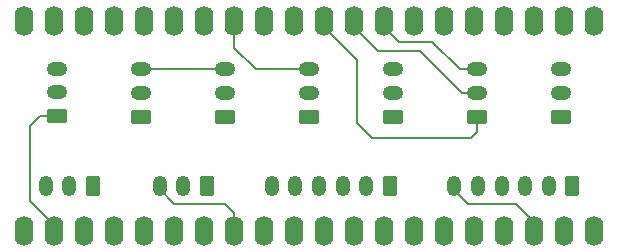
<source format=gbr>
%TF.GenerationSoftware,KiCad,Pcbnew,8.0.1*%
%TF.CreationDate,2024-04-20T16:28:09+12:00*%
%TF.ProjectId,RPi-Connector,5250692d-436f-46e6-9e65-63746f722e6b,rev?*%
%TF.SameCoordinates,Original*%
%TF.FileFunction,Copper,L2,Bot*%
%TF.FilePolarity,Positive*%
%FSLAX46Y46*%
G04 Gerber Fmt 4.6, Leading zero omitted, Abs format (unit mm)*
G04 Created by KiCad (PCBNEW 8.0.1) date 2024-04-20 16:28:09*
%MOMM*%
%LPD*%
G01*
G04 APERTURE LIST*
G04 Aperture macros list*
%AMRoundRect*
0 Rectangle with rounded corners*
0 $1 Rounding radius*
0 $2 $3 $4 $5 $6 $7 $8 $9 X,Y pos of 4 corners*
0 Add a 4 corners polygon primitive as box body*
4,1,4,$2,$3,$4,$5,$6,$7,$8,$9,$2,$3,0*
0 Add four circle primitives for the rounded corners*
1,1,$1+$1,$2,$3*
1,1,$1+$1,$4,$5*
1,1,$1+$1,$6,$7*
1,1,$1+$1,$8,$9*
0 Add four rect primitives between the rounded corners*
20,1,$1+$1,$2,$3,$4,$5,0*
20,1,$1+$1,$4,$5,$6,$7,0*
20,1,$1+$1,$6,$7,$8,$9,0*
20,1,$1+$1,$8,$9,$2,$3,0*%
G04 Aperture macros list end*
%TA.AperFunction,ComponentPad*%
%ADD10RoundRect,0.250000X0.625000X-0.350000X0.625000X0.350000X-0.625000X0.350000X-0.625000X-0.350000X0*%
%TD*%
%TA.AperFunction,ComponentPad*%
%ADD11O,1.750000X1.200000*%
%TD*%
%TA.AperFunction,ComponentPad*%
%ADD12RoundRect,0.250000X0.350000X0.625000X-0.350000X0.625000X-0.350000X-0.625000X0.350000X-0.625000X0*%
%TD*%
%TA.AperFunction,ComponentPad*%
%ADD13O,1.200000X1.750000*%
%TD*%
%TA.AperFunction,ComponentPad*%
%ADD14O,1.600000X2.540000*%
%TD*%
%TA.AperFunction,Conductor*%
%ADD15C,0.200000*%
%TD*%
G04 APERTURE END LIST*
D10*
%TO.P,PWR1,1,Pin_1*%
%TO.N,/GND*%
X170180000Y-83312000D03*
D11*
%TO.P,PWR1,2,Pin_2*%
%TO.N,unconnected-(PWR1-Pin_2-Pad2)*%
X170180000Y-81312000D03*
%TO.P,PWR1,3,Pin_3*%
%TO.N,/VBUS*%
X170180000Y-79312000D03*
%TD*%
D10*
%TO.P,J8,1,Pin_1*%
%TO.N,Net-(J8-Pin_1)*%
X155956000Y-83312000D03*
D11*
%TO.P,J8,2,Pin_2*%
%TO.N,Net-(J8-Pin_2)*%
X155956000Y-81312000D03*
%TO.P,J8,3,Pin_3*%
%TO.N,/GND*%
X155956000Y-79312000D03*
%TD*%
D10*
%TO.P,J7,1,Pin_1*%
%TO.N,Net-(J7-Pin_1)*%
X141732000Y-83312000D03*
D11*
%TO.P,J7,2,Pin_2*%
%TO.N,Net-(J7-Pin_2)*%
X141732000Y-81312000D03*
%TO.P,J7,3,Pin_3*%
%TO.N,Net-(J6-Pin_3)*%
X141732000Y-79312000D03*
%TD*%
D10*
%TO.P,J6,1,Pin_1*%
%TO.N,Net-(J6-Pin_1)*%
X134620000Y-83312000D03*
D11*
%TO.P,J6,2,Pin_2*%
%TO.N,Net-(J6-Pin_2)*%
X134620000Y-81312000D03*
%TO.P,J6,3,Pin_3*%
%TO.N,Net-(J6-Pin_3)*%
X134620000Y-79312000D03*
%TD*%
D10*
%TO.P,J5,1,Pin_1*%
%TO.N,Net-(J5-Pin_1)*%
X127508000Y-83248000D03*
D11*
%TO.P,J5,2,Pin_2*%
%TO.N,Net-(J5-Pin_2)*%
X127508000Y-81248000D03*
%TO.P,J5,3,Pin_3*%
%TO.N,Net-(J4-Pin_3)*%
X127508000Y-79248000D03*
%TD*%
D12*
%TO.P,J4,1,Pin_1*%
%TO.N,Net-(J4-Pin_1)*%
X130556000Y-89154000D03*
D13*
%TO.P,J4,2,Pin_2*%
%TO.N,Net-(J4-Pin_2)*%
X128556000Y-89154000D03*
%TO.P,J4,3,Pin_3*%
%TO.N,Net-(J4-Pin_3)*%
X126556000Y-89154000D03*
%TD*%
D12*
%TO.P,J2,1,Pin_1*%
%TO.N,Net-(J2-Pin_1)*%
X155702000Y-89154000D03*
D13*
%TO.P,J2,2,Pin_2*%
%TO.N,Net-(J2-Pin_2)*%
X153702000Y-89154000D03*
%TO.P,J2,3,Pin_3*%
%TO.N,Net-(J2-Pin_3)*%
X151702000Y-89154000D03*
%TO.P,J2,4,Pin_4*%
%TO.N,Net-(J2-Pin_4)*%
X149702000Y-89154000D03*
%TO.P,J2,5,Pin_5*%
%TO.N,Net-(J2-Pin_5)*%
X147702000Y-89154000D03*
%TO.P,J2,6,Pin_6*%
%TO.N,Net-(J2-Pin_6)*%
X145702000Y-89154000D03*
%TD*%
D10*
%TO.P,I2C1,1,Pin_1*%
%TO.N,/SDA*%
X148844000Y-83312000D03*
D11*
%TO.P,I2C1,2,Pin_2*%
%TO.N,/SCL*%
X148844000Y-81312000D03*
%TO.P,I2C1,3,Pin_3*%
%TO.N,Net-(I2C1-Pin_3)*%
X148844000Y-79312000D03*
%TD*%
D10*
%TO.P,ALG1,1,Pin_1*%
%TO.N,/ADC0*%
X163068000Y-83312000D03*
D11*
%TO.P,ALG1,2,Pin_2*%
%TO.N,/ADC1*%
X163068000Y-81312000D03*
%TO.P,ALG1,3,Pin_3*%
%TO.N,Net-(ALG1-Pin_3)*%
X163068000Y-79312000D03*
%TD*%
D14*
%TO.P,U1,1,GP0*%
%TO.N,Net-(J1-Pin_1)*%
X173000000Y-93000000D03*
%TO.P,U1,2,GP1*%
%TO.N,Net-(J1-Pin_2)*%
X170460000Y-93000000D03*
%TO.P,U1,3,GND*%
%TO.N,Net-(J1-Pin_6)*%
X167920000Y-93000000D03*
%TO.P,U1,4,GP2*%
%TO.N,Net-(J1-Pin_3)*%
X165380000Y-93000000D03*
%TO.P,U1,5,GP3*%
%TO.N,Net-(J1-Pin_4)*%
X162840000Y-93000000D03*
%TO.P,U1,6,GP4*%
%TO.N,Net-(J1-Pin_5)*%
X160300000Y-93000000D03*
%TO.P,U1,7,GP5*%
%TO.N,Net-(J2-Pin_1)*%
X157760000Y-93000000D03*
%TO.P,U1,8,GND*%
%TO.N,unconnected-(U1-GND-Pad8)*%
X155220000Y-93000000D03*
%TO.P,U1,9,GP6*%
%TO.N,Net-(J2-Pin_2)*%
X152680000Y-93000000D03*
%TO.P,U1,10,GP7*%
%TO.N,Net-(J2-Pin_3)*%
X150140000Y-93000000D03*
%TO.P,U1,11,GP8*%
%TO.N,Net-(J2-Pin_4)*%
X147600000Y-93000000D03*
%TO.P,U1,12,GP9*%
%TO.N,Net-(J2-Pin_5)*%
X145060000Y-93000000D03*
%TO.P,U1,13,GND*%
%TO.N,Net-(J2-Pin_6)*%
X142520000Y-93000000D03*
%TO.P,U1,14,GP10*%
%TO.N,Net-(J3-Pin_1)*%
X139980000Y-93000000D03*
%TO.P,U1,15,GP11*%
%TO.N,Net-(J3-Pin_2)*%
X137440000Y-93000000D03*
%TO.P,U1,16,GP12*%
%TO.N,Net-(J4-Pin_1)*%
X134900000Y-93000000D03*
%TO.P,U1,17,GP13*%
%TO.N,Net-(J4-Pin_2)*%
X132360000Y-93000000D03*
%TO.P,U1,18,GND*%
%TO.N,Net-(J4-Pin_3)*%
X129820000Y-93000000D03*
%TO.P,U1,19,GP14*%
%TO.N,Net-(J5-Pin_1)*%
X127280000Y-93000000D03*
%TO.P,U1,20,GP15*%
%TO.N,Net-(J5-Pin_2)*%
X124740000Y-93000000D03*
%TO.P,U1,21,GP16*%
%TO.N,Net-(J6-Pin_1)*%
X124740000Y-75220000D03*
%TO.P,U1,22,GP17*%
%TO.N,Net-(J6-Pin_2)*%
X127280000Y-75220000D03*
%TO.P,U1,23,GND*%
%TO.N,Net-(J6-Pin_3)*%
X129820000Y-75220000D03*
%TO.P,U1,24,GP18*%
%TO.N,Net-(J7-Pin_1)*%
X132360000Y-75220000D03*
%TO.P,U1,25,GP19*%
%TO.N,Net-(J7-Pin_2)*%
X134900000Y-75220000D03*
%TO.P,U1,26,GP20*%
%TO.N,/SDA*%
X137440000Y-75220000D03*
%TO.P,U1,27,GP21*%
%TO.N,/SCL*%
X139980000Y-75220000D03*
%TO.P,U1,28,GND*%
%TO.N,Net-(I2C1-Pin_3)*%
X142520000Y-75220000D03*
%TO.P,U1,29,GP22*%
%TO.N,Net-(J8-Pin_1)*%
X145060000Y-75220000D03*
%TO.P,U1,30,RUN*%
%TO.N,unconnected-(U1-RUN-Pad30)*%
X147600000Y-75220000D03*
%TO.P,U1,31,GP26*%
%TO.N,/ADC0*%
X150140000Y-75220000D03*
%TO.P,U1,32,GP27*%
%TO.N,/ADC1*%
X152680000Y-75220000D03*
%TO.P,U1,33,GND*%
%TO.N,Net-(ALG1-Pin_3)*%
X155220000Y-75220000D03*
%TO.P,U1,34,GP28*%
%TO.N,Net-(J8-Pin_2)*%
X157760000Y-75220000D03*
%TO.P,U1,35,ADC_VREF*%
%TO.N,unconnected-(U1-ADC_VREF-Pad35)*%
X160300000Y-75220000D03*
%TO.P,U1,36,3V3(OUT)*%
%TO.N,unconnected-(U1-3V3(OUT)-Pad36)*%
X162840000Y-75220000D03*
%TO.P,U1,37,3V3_EN*%
%TO.N,unconnected-(U1-3V3_EN-Pad37)*%
X165380000Y-75220000D03*
%TO.P,U1,38,GND*%
%TO.N,/GND*%
X167920000Y-75220000D03*
%TO.P,U1,39,VSYS*%
%TO.N,unconnected-(U1-VSYS-Pad39)*%
X170460000Y-75220000D03*
%TO.P,U1,40,VBUS*%
%TO.N,/VBUS*%
X173000000Y-75220000D03*
%TD*%
D12*
%TO.P,J1,1,Pin_1*%
%TO.N,Net-(J1-Pin_1)*%
X171164000Y-89154000D03*
D13*
%TO.P,J1,2,Pin_2*%
%TO.N,Net-(J1-Pin_2)*%
X169164000Y-89154000D03*
%TO.P,J1,3,Pin_3*%
%TO.N,Net-(J1-Pin_3)*%
X167164000Y-89154000D03*
%TO.P,J1,4,Pin_4*%
%TO.N,Net-(J1-Pin_4)*%
X165164000Y-89154000D03*
%TO.P,J1,5,Pin_5*%
%TO.N,Net-(J1-Pin_5)*%
X163164000Y-89154000D03*
%TO.P,J1,6,Pin_6*%
%TO.N,Net-(J1-Pin_6)*%
X161164000Y-89154000D03*
%TD*%
D12*
%TO.P,J3,1,Pin_1*%
%TO.N,Net-(J3-Pin_1)*%
X140208000Y-89154000D03*
D13*
%TO.P,J3,2,Pin_2*%
%TO.N,Net-(J3-Pin_2)*%
X138208000Y-89154000D03*
%TO.P,J3,3,Pin_3*%
%TO.N,Net-(J2-Pin_6)*%
X136208000Y-89154000D03*
%TD*%
D15*
%TO.N,/ADC0*%
X163068000Y-84582000D02*
X163068000Y-83312000D01*
X162560000Y-85090000D02*
X163068000Y-84582000D01*
X154178000Y-85090000D02*
X162560000Y-85090000D01*
X152908000Y-83820000D02*
X154178000Y-85090000D01*
X152908000Y-78486000D02*
X152908000Y-83820000D01*
X150140000Y-75718000D02*
X152908000Y-78486000D01*
X150140000Y-75220000D02*
X150140000Y-75718000D01*
%TO.N,/ADC1*%
X161830000Y-81312000D02*
X163068000Y-81312000D01*
X154686000Y-77724000D02*
X158242000Y-77724000D01*
X158242000Y-77724000D02*
X161830000Y-81312000D01*
X152680000Y-75718000D02*
X154686000Y-77724000D01*
X152680000Y-75220000D02*
X152680000Y-75718000D01*
%TO.N,Net-(ALG1-Pin_3)*%
X161608000Y-79312000D02*
X163068000Y-79312000D01*
X159258000Y-76962000D02*
X161608000Y-79312000D01*
X156464000Y-76962000D02*
X159258000Y-76962000D01*
X155220000Y-75718000D02*
X156464000Y-76962000D01*
X155220000Y-75220000D02*
X155220000Y-75718000D01*
%TO.N,Net-(I2C1-Pin_3)*%
X144336000Y-79312000D02*
X148844000Y-79312000D01*
X142520000Y-77496000D02*
X144336000Y-79312000D01*
X142520000Y-75220000D02*
X142520000Y-77496000D01*
%TO.N,Net-(J6-Pin_3)*%
X134620000Y-79312000D02*
X141732000Y-79312000D01*
%TO.N,Net-(J5-Pin_1)*%
X126048000Y-83248000D02*
X127508000Y-83248000D01*
X125222000Y-84074000D02*
X126048000Y-83248000D01*
X125222000Y-90424000D02*
X125222000Y-84074000D01*
X127280000Y-93000000D02*
X127280000Y-92482000D01*
X127280000Y-92482000D02*
X125222000Y-90424000D01*
%TO.N,Net-(J2-Pin_6)*%
X142520000Y-91466000D02*
X142520000Y-93000000D01*
X141732000Y-90678000D02*
X142520000Y-91466000D01*
X137414000Y-90678000D02*
X141732000Y-90678000D01*
X136208000Y-89154000D02*
X136208000Y-89472000D01*
X136208000Y-89472000D02*
X137414000Y-90678000D01*
%TO.N,Net-(J1-Pin_6)*%
X162306000Y-90678000D02*
X166370000Y-90678000D01*
X161164000Y-89536000D02*
X162306000Y-90678000D01*
X166370000Y-90678000D02*
X167920000Y-92228000D01*
X167920000Y-92228000D02*
X167920000Y-93000000D01*
X161164000Y-89154000D02*
X161164000Y-89536000D01*
%TD*%
M02*

</source>
